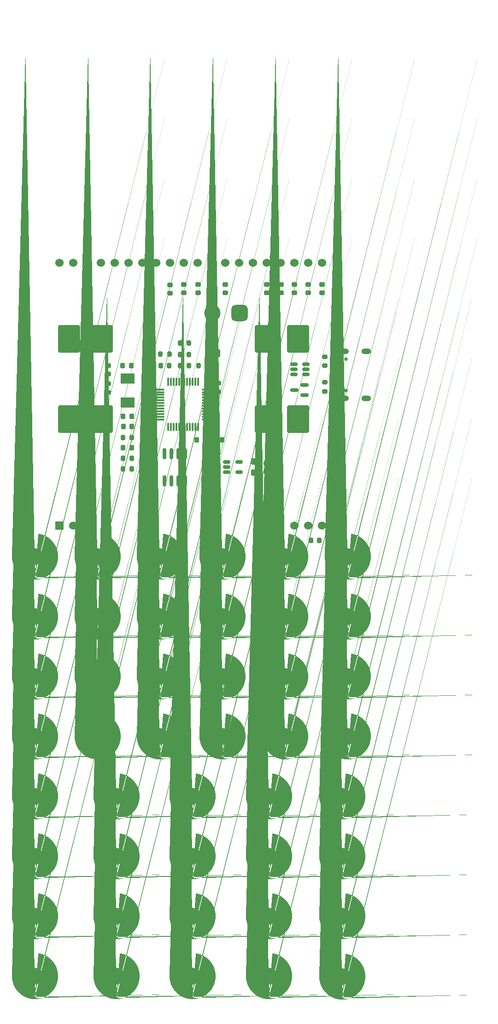
<source format=gbr>
%TF.GenerationSoftware,KiCad,Pcbnew,8.0.1*%
%TF.CreationDate,2024-04-23T17:34:02+02:00*%
%TF.ProjectId,DM50,444d3530-2e6b-4696-9361-645f70636258,rev?*%
%TF.SameCoordinates,Original*%
%TF.FileFunction,Soldermask,Top*%
%TF.FilePolarity,Negative*%
%FSLAX46Y46*%
G04 Gerber Fmt 4.6, Leading zero omitted, Abs format (unit mm)*
G04 Created by KiCad (PCBNEW 8.0.1) date 2024-04-23 17:34:02*
%MOMM*%
%LPD*%
G01*
G04 APERTURE LIST*
G04 Aperture macros list*
%AMRoundRect*
0 Rectangle with rounded corners*
0 $1 Rounding radius*
0 $2 $3 $4 $5 $6 $7 $8 $9 X,Y pos of 4 corners*
0 Add a 4 corners polygon primitive as box body*
4,1,4,$2,$3,$4,$5,$6,$7,$8,$9,$2,$3,0*
0 Add four circle primitives for the rounded corners*
1,1,$1+$1,$2,$3*
1,1,$1+$1,$4,$5*
1,1,$1+$1,$6,$7*
1,1,$1+$1,$8,$9*
0 Add four rect primitives between the rounded corners*
20,1,$1+$1,$2,$3,$4,$5,0*
20,1,$1+$1,$4,$5,$6,$7,0*
20,1,$1+$1,$6,$7,$8,$9,0*
20,1,$1+$1,$8,$9,$2,$3,0*%
%AMFreePoly0*
4,1,39,-0.648508,1.451192,-0.414662,1.370913,-0.197219,1.253238,-0.002109,1.101379,0.165343,0.919476,0.300572,0.712493,0.399888,0.486075,0.460583,0.246398,0.481000,0.000000,0.460583,-0.246398,0.399888,-0.486075,0.300572,-0.712493,0.165343,-0.919476,-0.002109,-1.101379,-0.197219,-1.253238,-0.414662,-1.370913,-0.648508,-1.451192,-0.892379,-1.491887,-1.139621,-1.491887,-1.383492,-1.451192,
-1.617338,-1.370913,-1.834781,-1.253238,-2.029891,-1.101379,-2.197343,-0.919476,-2.332572,-0.712493,-2.431888,-0.486075,-2.492583,-0.246398,-2.513000,0.000000,-2.492583,0.246398,-2.431888,0.486075,-2.332572,0.712493,-2.197343,0.919476,-2.029891,1.101379,-1.834781,1.253238,-1.617338,1.370913,-1.383492,1.451192,-1.139621,1.491887,-0.892379,1.491887,-0.648508,1.451192,-0.648508,1.451192,
$1*%
%AMFreePoly1*
4,1,111,0.603671,7.998625,1.000042,7.922230,1.387357,7.808504,1.762107,7.658477,2.120900,7.473507,2.460485,7.255268,2.777788,7.005739,3.069935,6.727177,3.334280,6.422107,3.568429,6.093290,3.770262,5.743705,3.937951,5.376518,4.069977,4.995053,4.165145,4.602766,4.222593,4.203209,4.241800,3.800000,4.222593,3.396791,4.165145,2.997234,4.069977,2.604947,3.937951,2.223482,
3.770262,1.856295,3.568429,1.506710,3.334280,1.177893,3.069935,0.872823,2.777788,0.594261,2.460485,0.344732,2.120900,0.126493,1.762107,-0.058477,1.387357,-0.208504,1.000042,-0.322230,0.603671,-0.398625,0.201833,-0.436995,-0.201833,-0.436995,-0.603671,-0.398625,-1.000042,-0.322230,-1.387357,-0.208504,-1.762107,-0.058477,-2.120900,0.126493,-2.460485,0.344732,-2.777788,0.594261,
-3.069935,0.872823,-3.334280,1.177893,-3.568429,1.506710,-3.770262,1.856295,-3.937951,2.223482,-4.069977,2.604947,-4.165145,2.997234,-4.222593,3.396791,-4.241800,3.800000,-1.757514,3.800000,-1.737884,3.538056,-1.679433,3.281964,-1.583465,3.037443,-1.452126,2.809957,-1.288349,2.604587,-1.095792,2.425920,-0.878757,2.277948,-0.642092,2.163976,-0.391084,2.086551,-0.131339,2.047400,
0.131339,2.047400,0.391084,2.086551,0.642092,2.163976,0.878757,2.277948,1.095792,2.425920,1.288349,2.604587,1.452126,2.809957,1.583465,3.037443,1.679433,3.281964,1.737884,3.538056,1.757514,3.800000,1.737884,4.061944,1.679433,4.318036,1.583465,4.562557,1.452126,4.790043,1.288349,4.995413,1.095792,5.174080,0.878757,5.322052,0.642092,5.436024,0.391084,5.513449,
0.131339,5.552600,-0.131339,5.552600,-0.391084,5.513449,-0.642092,5.436024,-0.878757,5.322052,-1.095792,5.174080,-1.288349,4.995413,-1.452126,4.790043,-1.583465,4.562557,-1.679433,4.318036,-1.737884,4.061944,-1.757514,3.800000,-4.241800,3.800000,-4.222593,4.203209,-4.165145,4.602766,-4.069977,4.995053,-3.937951,5.376518,-3.770262,5.743705,-3.568429,6.093290,-3.334280,6.422107,
-3.069935,6.727177,-2.777788,7.005739,-2.460485,7.255268,-2.120900,7.473507,-1.762107,7.658477,-1.387357,7.808504,-1.000042,7.922230,-0.603671,7.998625,-0.201833,8.036995,0.201833,8.036995,0.603671,7.998625,0.603671,7.998625,$1*%
G04 Aperture macros list end*
%ADD10FreePoly0,0.000000*%
%ADD11FreePoly1,0.000000*%
%ADD12RoundRect,0.225000X-0.225000X-0.250000X0.225000X-0.250000X0.225000X0.250000X-0.225000X0.250000X0*%
%ADD13RoundRect,0.225000X0.225000X0.250000X-0.225000X0.250000X-0.225000X-0.250000X0.225000X-0.250000X0*%
%ADD14RoundRect,0.200000X-0.275000X0.200000X-0.275000X-0.200000X0.275000X-0.200000X0.275000X0.200000X0*%
%ADD15RoundRect,0.200000X-0.200000X-0.275000X0.200000X-0.275000X0.200000X0.275000X-0.200000X0.275000X0*%
%ADD16RoundRect,0.200000X0.275000X-0.200000X0.275000X0.200000X-0.275000X0.200000X-0.275000X-0.200000X0*%
%ADD17RoundRect,0.225000X0.250000X-0.225000X0.250000X0.225000X-0.250000X0.225000X-0.250000X-0.225000X0*%
%ADD18RoundRect,0.225000X-0.250000X0.225000X-0.250000X-0.225000X0.250000X-0.225000X0.250000X0.225000X0*%
%ADD19RoundRect,0.200000X0.200000X0.275000X-0.200000X0.275000X-0.200000X-0.275000X0.200000X-0.275000X0*%
%ADD20RoundRect,0.150000X0.150000X-0.587500X0.150000X0.587500X-0.150000X0.587500X-0.150000X-0.587500X0*%
%ADD21RoundRect,0.150000X-0.512500X-0.150000X0.512500X-0.150000X0.512500X0.150000X-0.512500X0.150000X0*%
%ADD22RoundRect,0.750000X0.750000X0.750000X-0.750000X0.750000X-0.750000X-0.750000X0.750000X-0.750000X0*%
%ADD23C,3.000000*%
%ADD24RoundRect,0.218750X0.218750X0.256250X-0.218750X0.256250X-0.218750X-0.256250X0.218750X-0.256250X0*%
%ADD25C,0.650000*%
%ADD26RoundRect,0.150000X0.425000X-0.150000X0.425000X0.150000X-0.425000X0.150000X-0.425000X-0.150000X0*%
%ADD27RoundRect,0.075000X0.500000X-0.075000X0.500000X0.075000X-0.500000X0.075000X-0.500000X-0.075000X0*%
%ADD28O,2.100000X1.000000*%
%ADD29O,1.800000X1.000000*%
%ADD30RoundRect,0.150000X0.150000X-0.825000X0.150000X0.825000X-0.150000X0.825000X-0.150000X-0.825000X0*%
%ADD31RoundRect,0.250000X-0.450000X0.325000X-0.450000X-0.325000X0.450000X-0.325000X0.450000X0.325000X0*%
%ADD32R,2.500000X1.900000*%
%ADD33R,1.524000X1.524000*%
%ADD34C,1.524000*%
%ADD35RoundRect,0.075000X-0.662500X-0.075000X0.662500X-0.075000X0.662500X0.075000X-0.662500X0.075000X0*%
%ADD36RoundRect,0.075000X-0.075000X-0.662500X0.075000X-0.662500X0.075000X0.662500X-0.075000X0.662500X0*%
%ADD37RoundRect,0.150000X0.587500X0.150000X-0.587500X0.150000X-0.587500X-0.150000X0.587500X-0.150000X0*%
%ADD38RoundRect,0.150000X0.512500X0.150000X-0.512500X0.150000X-0.512500X-0.150000X0.512500X-0.150000X0*%
%ADD39RoundRect,0.250000X1.750000X-2.250000X1.750000X2.250000X-1.750000X2.250000X-1.750000X-2.250000X0*%
G04 APERTURE END LIST*
D10*
%TO.C,SW31*%
X71516000Y-143000000D03*
D11*
X70500000Y-146800000D03*
%TD*%
D10*
%TO.C,SW39*%
X113016000Y-154000000D03*
D11*
X112000000Y-157800000D03*
%TD*%
D10*
%TO.C,SW21*%
X79516000Y-121000000D03*
D11*
X78500000Y-124800000D03*
%TD*%
D12*
%TO.C,C11*%
X71625000Y-52900000D03*
X73175000Y-52900000D03*
%TD*%
D10*
%TO.C,SW38*%
X99516000Y-154000000D03*
D11*
X98500000Y-157800000D03*
%TD*%
D10*
%TO.C,SW23*%
X102516000Y-121000000D03*
D11*
X101500000Y-124800000D03*
%TD*%
D13*
%TO.C,C16*%
X73300000Y-64100000D03*
X71750000Y-64100000D03*
%TD*%
D14*
%TO.C,R12*%
X86700000Y-70600000D03*
X86700000Y-72250000D03*
%TD*%
D15*
%TO.C,R9*%
X85575000Y-52900000D03*
X87225000Y-52900000D03*
%TD*%
D10*
%TO.C,SW24*%
X114016000Y-121000000D03*
D11*
X113000000Y-124800000D03*
%TD*%
D10*
%TO.C,SW28*%
X99516000Y-132000000D03*
D11*
X98500000Y-135800000D03*
%TD*%
D16*
%TO.C,R11*%
X108800000Y-52925000D03*
X108800000Y-51275000D03*
%TD*%
D17*
%TO.C,C19*%
X98000000Y-72400000D03*
X98000000Y-70850000D03*
%TD*%
D10*
%TO.C,SW22*%
X91016000Y-121000000D03*
D11*
X90000000Y-124800000D03*
%TD*%
D10*
%TO.C,SW42*%
X85516000Y-165000000D03*
D11*
X84500000Y-168800000D03*
%TD*%
D10*
%TO.C,SW29*%
X113016000Y-132000000D03*
D11*
X112000000Y-135800000D03*
%TD*%
D10*
%TO.C,SW9*%
X79516000Y-99000000D03*
D11*
X78500000Y-102800000D03*
%TD*%
D18*
%TO.C,C20*%
X88600000Y-70650000D03*
X88600000Y-72200000D03*
%TD*%
D17*
%TO.C,C8*%
X80300000Y-39625000D03*
X80300000Y-38075000D03*
%TD*%
D10*
%TO.C,SW36*%
X71516000Y-154000000D03*
D11*
X70500000Y-157800000D03*
%TD*%
D10*
%TO.C,SW34*%
X113016000Y-143000000D03*
D11*
X112000000Y-146800000D03*
%TD*%
D10*
%TO.C,SW11*%
X102516000Y-99000000D03*
D11*
X101500000Y-102800000D03*
%TD*%
D10*
%TO.C,SW26*%
X71516000Y-132000000D03*
D11*
X70500000Y-135800000D03*
%TD*%
D17*
%TO.C,C4*%
X85500000Y-39575000D03*
X85500000Y-38025000D03*
%TD*%
D10*
%TO.C,SW33*%
X99516000Y-143000000D03*
D11*
X98500000Y-146800000D03*
%TD*%
D13*
%TO.C,C13*%
X73275000Y-62200000D03*
X71725000Y-62200000D03*
%TD*%
D10*
%TO.C,SW3*%
X79516000Y-88000000D03*
D11*
X78500000Y-91800000D03*
%TD*%
D15*
%TO.C,R7*%
X78550000Y-50800000D03*
X80200000Y-50800000D03*
%TD*%
D17*
%TO.C,C10*%
X69000000Y-54475000D03*
X69000000Y-52925000D03*
%TD*%
D19*
%TO.C,R5*%
X73325000Y-71900000D03*
X71675000Y-71900000D03*
%TD*%
D10*
%TO.C,SW5*%
X102516000Y-88000000D03*
D11*
X101500000Y-91800000D03*
%TD*%
D18*
%TO.C,C6*%
X98100000Y-38025000D03*
X98100000Y-39575000D03*
%TD*%
D17*
%TO.C,C9*%
X90500000Y-39575000D03*
X90500000Y-38025000D03*
%TD*%
D10*
%TO.C,SW12*%
X114016000Y-99000000D03*
D11*
X113000000Y-102800000D03*
%TD*%
D18*
%TO.C,C1*%
X108300000Y-38025000D03*
X108300000Y-39575000D03*
%TD*%
D14*
%TO.C,R10*%
X108800000Y-55975000D03*
X108800000Y-57625000D03*
%TD*%
D20*
%TO.C,Q1*%
X87300000Y-50600000D03*
X89200000Y-50600000D03*
X88250000Y-48725000D03*
%TD*%
D15*
%TO.C,R2*%
X82175000Y-50900000D03*
X83825000Y-50900000D03*
%TD*%
D10*
%TO.C,SW4*%
X91016000Y-88000000D03*
D11*
X90000000Y-91800000D03*
%TD*%
D21*
%TO.C,U5*%
X90775000Y-70575000D03*
X90775000Y-71525000D03*
X90775000Y-72475000D03*
X93050000Y-72475000D03*
X93050000Y-70575000D03*
%TD*%
D18*
%TO.C,C2*%
X105700000Y-38025000D03*
X105700000Y-39575000D03*
%TD*%
%TO.C,C3*%
X103200000Y-38025000D03*
X103200000Y-39575000D03*
%TD*%
%TO.C,C7*%
X82900000Y-38025000D03*
X82900000Y-39575000D03*
%TD*%
D13*
%TO.C,C15*%
X89881000Y-66537500D03*
X88331000Y-66537500D03*
%TD*%
D10*
%TO.C,SW19*%
X56516000Y-121000000D03*
D11*
X55500000Y-124800000D03*
%TD*%
D19*
%TO.C,R3*%
X73325000Y-69900000D03*
X71675000Y-69900000D03*
%TD*%
D18*
%TO.C,C5*%
X100700000Y-38025000D03*
X100700000Y-39575000D03*
%TD*%
D10*
%TO.C,SW20*%
X68016000Y-121000000D03*
D11*
X67000000Y-124800000D03*
%TD*%
D10*
%TO.C,SW27*%
X85516000Y-132000000D03*
D11*
X84500000Y-135800000D03*
%TD*%
D10*
%TO.C,SW25*%
X56516000Y-132000000D03*
D11*
X55500000Y-135800000D03*
%TD*%
D12*
%TO.C,C17*%
X78625000Y-52900000D03*
X80175000Y-52900000D03*
%TD*%
D10*
%TO.C,SW17*%
X102516000Y-110000000D03*
D11*
X101500000Y-113800000D03*
%TD*%
D10*
%TO.C,SW14*%
X68016000Y-110000000D03*
D11*
X67000000Y-113800000D03*
%TD*%
D10*
%TO.C,SW13*%
X56516000Y-110000000D03*
D11*
X55500000Y-113800000D03*
%TD*%
D22*
%TO.C,BZ1*%
X93100000Y-43300000D03*
D23*
X88100000Y-43300000D03*
%TD*%
D10*
%TO.C,SW1*%
X56516000Y-88000000D03*
D11*
X55500000Y-91800000D03*
%TD*%
D15*
%TO.C,R8*%
X82175000Y-48800000D03*
X83825000Y-48800000D03*
%TD*%
D10*
%TO.C,SW18*%
X114016000Y-110000000D03*
D11*
X113000000Y-113800000D03*
%TD*%
D19*
%TO.C,R4*%
X83825000Y-52900000D03*
X82175000Y-52900000D03*
%TD*%
D24*
%TO.C,D1*%
X107787500Y-85000000D03*
X106212500Y-85000000D03*
%TD*%
D10*
%TO.C,SW35*%
X56516000Y-154000000D03*
D11*
X55500000Y-157800000D03*
%TD*%
D10*
%TO.C,SW16*%
X91016000Y-110000000D03*
D11*
X90000000Y-113800000D03*
%TD*%
D10*
%TO.C,SW30*%
X56516000Y-143000000D03*
D11*
X55500000Y-146800000D03*
%TD*%
D10*
%TO.C,SW7*%
X56516000Y-99000000D03*
D11*
X55500000Y-102800000D03*
%TD*%
D13*
%TO.C,C12*%
X73275000Y-68000000D03*
X71725000Y-68000000D03*
%TD*%
D12*
%TO.C,C21*%
X85231000Y-66537500D03*
X86781000Y-66537500D03*
%TD*%
D10*
%TO.C,SW43*%
X99516000Y-165000000D03*
D11*
X98500000Y-168800000D03*
%TD*%
D10*
%TO.C,SW41*%
X71516000Y-165000000D03*
D11*
X70500000Y-168800000D03*
%TD*%
D25*
%TO.C,J2*%
X112685000Y-57480000D03*
X112685000Y-51700000D03*
D26*
X111610000Y-57790000D03*
X111610000Y-56990000D03*
D27*
X111610000Y-55840000D03*
X111610000Y-54840000D03*
X111610000Y-54340000D03*
X111610000Y-53340000D03*
D26*
X111610000Y-52190000D03*
X111610000Y-51390000D03*
X111610000Y-51390000D03*
X111610000Y-52190000D03*
D27*
X111610000Y-52840000D03*
X111610000Y-53840000D03*
X111610000Y-55340000D03*
X111610000Y-56340000D03*
D26*
X111610000Y-56990000D03*
X111610000Y-57790000D03*
D28*
X112185000Y-58910000D03*
D29*
X116365000Y-58910000D03*
D28*
X112185000Y-50270000D03*
D29*
X116365000Y-50270000D03*
%TD*%
D18*
%TO.C,C14*%
X89231000Y-56162500D03*
X89231000Y-57712500D03*
%TD*%
D10*
%TO.C,SW37*%
X85516000Y-154000000D03*
D11*
X84500000Y-157800000D03*
%TD*%
D16*
%TO.C,R1*%
X69000000Y-57825000D03*
X69000000Y-56175000D03*
%TD*%
D10*
%TO.C,SW32*%
X85516000Y-143000000D03*
D11*
X84500000Y-146800000D03*
%TD*%
D30*
%TO.C,U3*%
X79295000Y-74075000D03*
X80565000Y-74075000D03*
X81835000Y-74075000D03*
X83105000Y-74075000D03*
X83105000Y-69125000D03*
X81835000Y-69125000D03*
X80565000Y-69125000D03*
X79295000Y-69125000D03*
%TD*%
D31*
%TO.C,L1*%
X95900000Y-70500000D03*
X95900000Y-72550000D03*
%TD*%
D10*
%TO.C,SW10*%
X91016000Y-99000000D03*
D11*
X90000000Y-102800000D03*
%TD*%
D32*
%TO.C,Y1*%
X72500000Y-59700000D03*
X72500000Y-55300000D03*
%TD*%
D10*
%TO.C,SW2*%
X68016000Y-88000000D03*
D11*
X67000000Y-91800000D03*
%TD*%
D10*
%TO.C,SW15*%
X79516000Y-110000000D03*
D11*
X78500000Y-113800000D03*
%TD*%
D15*
%TO.C,R6*%
X71675000Y-66100000D03*
X73325000Y-66100000D03*
%TD*%
D18*
%TO.C,C18*%
X77600000Y-70625000D03*
X77600000Y-72175000D03*
%TD*%
D10*
%TO.C,SW44*%
X113016000Y-165100000D03*
D11*
X112000000Y-168900000D03*
%TD*%
D33*
%TO.C,U1*%
X60000000Y-82260000D03*
D34*
X62540000Y-82260000D03*
X65080000Y-82260000D03*
X103180000Y-82260000D03*
X105720000Y-82260000D03*
X108260000Y-82260000D03*
X108260000Y-34000000D03*
X105720000Y-34000000D03*
X103180000Y-34000000D03*
X100640000Y-34000000D03*
X98100000Y-34000000D03*
X95560000Y-34000000D03*
X93020000Y-34000000D03*
X90480000Y-34000000D03*
X87940000Y-34000000D03*
X85400000Y-34000000D03*
X82860000Y-34000000D03*
X80320000Y-34000000D03*
X77780000Y-34000000D03*
X75240000Y-34000000D03*
X72700000Y-34000000D03*
X70160000Y-34000000D03*
X67620000Y-34000000D03*
X65080000Y-34000000D03*
X62540000Y-34000000D03*
X60000000Y-34000000D03*
%TD*%
D10*
%TO.C,SW8*%
X68016000Y-99000000D03*
D11*
X67000000Y-102800000D03*
%TD*%
D35*
%TO.C,U2*%
X78568500Y-57287500D03*
X78568500Y-57787500D03*
X78568500Y-58287500D03*
X78568500Y-58787500D03*
X78568500Y-59287500D03*
X78568500Y-59787500D03*
X78568500Y-60287500D03*
X78568500Y-60787500D03*
X78568500Y-61287500D03*
X78568500Y-61787500D03*
X78568500Y-62287500D03*
X78568500Y-62787500D03*
D36*
X79981000Y-64200000D03*
X80481000Y-64200000D03*
X80981000Y-64200000D03*
X81481000Y-64200000D03*
X81981000Y-64200000D03*
X82481000Y-64200000D03*
X82981000Y-64200000D03*
X83481000Y-64200000D03*
X83981000Y-64200000D03*
X84481000Y-64200000D03*
X84981000Y-64200000D03*
X85481000Y-64200000D03*
D35*
X86893500Y-62787500D03*
X86893500Y-62287500D03*
X86893500Y-61787500D03*
X86893500Y-61287500D03*
X86893500Y-60787500D03*
X86893500Y-60287500D03*
X86893500Y-59787500D03*
X86893500Y-59287500D03*
X86893500Y-58787500D03*
X86893500Y-58287500D03*
X86893500Y-57787500D03*
X86893500Y-57287500D03*
D36*
X85481000Y-55875000D03*
X84981000Y-55875000D03*
X84481000Y-55875000D03*
X83981000Y-55875000D03*
X83481000Y-55875000D03*
X82981000Y-55875000D03*
X82481000Y-55875000D03*
X81981000Y-55875000D03*
X81481000Y-55875000D03*
X80981000Y-55875000D03*
X80481000Y-55875000D03*
X79981000Y-55875000D03*
%TD*%
D10*
%TO.C,SW6*%
X114016000Y-88000000D03*
D11*
X113000000Y-91800000D03*
%TD*%
D37*
%TO.C,D2*%
X105037500Y-58350000D03*
X105037500Y-56450000D03*
X103162500Y-57400000D03*
%TD*%
D10*
%TO.C,SW40*%
X56516000Y-165000000D03*
D11*
X55500000Y-168800000D03*
%TD*%
D38*
%TO.C,U4*%
X105337500Y-54525000D03*
X105337500Y-53575000D03*
X105337500Y-52625000D03*
X103062500Y-52625000D03*
X103062500Y-53575000D03*
X103062500Y-54525000D03*
%TD*%
D39*
%TO.C,BT1*%
X97900000Y-62700000D03*
X103900000Y-62700000D03*
X61788000Y-62700000D03*
X67800000Y-62700000D03*
%TD*%
%TO.C,BT2*%
X97900000Y-48000000D03*
X103900000Y-48000000D03*
X61788000Y-48000000D03*
X67800000Y-48000000D03*
%TD*%
M02*

</source>
